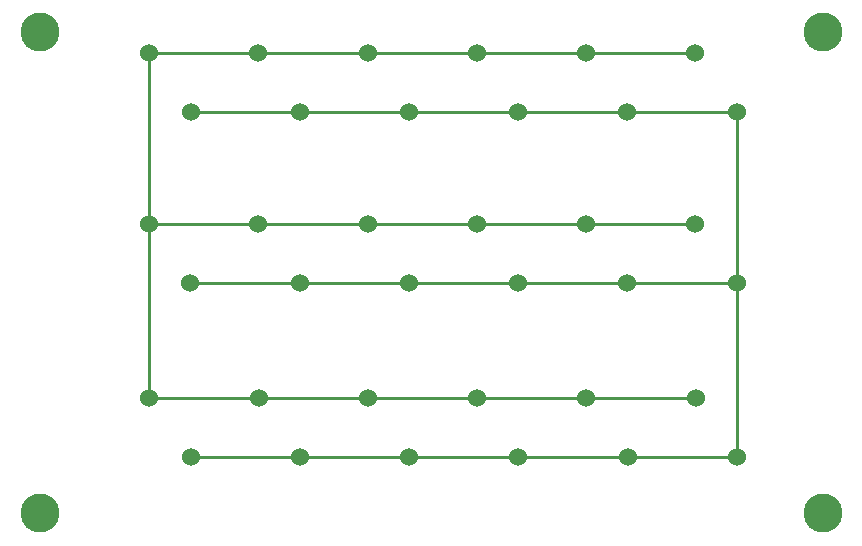
<source format=gbr>
%TF.GenerationSoftware,KiCad,Pcbnew,7.0.10*%
%TF.CreationDate,2024-01-27T09:00:15-05:00*%
%TF.ProjectId,CAN_board,43414e5f-626f-4617-9264-2e6b69636164,rev?*%
%TF.SameCoordinates,Original*%
%TF.FileFunction,Copper,L2,Bot*%
%TF.FilePolarity,Positive*%
%FSLAX46Y46*%
G04 Gerber Fmt 4.6, Leading zero omitted, Abs format (unit mm)*
G04 Created by KiCad (PCBNEW 7.0.10) date 2024-01-27 09:00:15*
%MOMM*%
%LPD*%
G01*
G04 APERTURE LIST*
%TA.AperFunction,WasherPad*%
%ADD10C,3.302000*%
%TD*%
%TA.AperFunction,ComponentPad*%
%ADD11C,1.524000*%
%TD*%
%TA.AperFunction,Conductor*%
%ADD12C,0.250000*%
%TD*%
G04 APERTURE END LIST*
D10*
%TO.P,H4,*%
%TO.N,*%
X171250000Y-120750000D03*
%TD*%
D11*
%TO.P,J2,1,Pin_1*%
%TO.N,CAN_HI*%
X123481194Y-81724798D03*
%TO.P,J2,2,Pin_2*%
%TO.N,CAN_LO*%
X126981197Y-86724798D03*
%TD*%
%TO.P,J7,1,Pin_1*%
%TO.N,CAN_HI*%
X114231196Y-96224798D03*
%TO.P,J7,2,Pin_2*%
%TO.N,CAN_LO*%
X117731199Y-101224798D03*
%TD*%
%TO.P,J9,1,Pin_1*%
%TO.N,CAN_HI*%
X132731197Y-96224798D03*
%TO.P,J9,2,Pin_2*%
%TO.N,CAN_LO*%
X136231200Y-101224798D03*
%TD*%
%TO.P,J10,1,Pin_1*%
%TO.N,CAN_HI*%
X141981196Y-96224798D03*
%TO.P,J10,2,Pin_2*%
%TO.N,CAN_LO*%
X145481199Y-101224798D03*
%TD*%
%TO.P,J13,1,Pin_1*%
%TO.N,CAN_HI*%
X114250000Y-111000000D03*
%TO.P,J13,2,Pin_2*%
%TO.N,CAN_LO*%
X117750003Y-116000000D03*
%TD*%
%TO.P,J3,1,Pin_1*%
%TO.N,CAN_HI*%
X132731131Y-81724798D03*
%TO.P,J3,2,Pin_2*%
%TO.N,CAN_LO*%
X136231134Y-86724798D03*
%TD*%
%TO.P,J1,1,Pin_1*%
%TO.N,CAN_HI*%
X114250000Y-81750000D03*
%TO.P,J1,2,Pin_2*%
%TO.N,CAN_LO*%
X117750003Y-86750000D03*
%TD*%
D10*
%TO.P,H2,*%
%TO.N,*%
X171250000Y-80000000D03*
%TD*%
D11*
%TO.P,J15,1,Pin_1*%
%TO.N,CAN_HI*%
X132750000Y-111000000D03*
%TO.P,J15,2,Pin_2*%
%TO.N,CAN_LO*%
X136250003Y-116000000D03*
%TD*%
%TO.P,J6,1,Pin_1*%
%TO.N,CAN_HI*%
X160481131Y-81724798D03*
%TO.P,J6,2,Pin_2*%
%TO.N,CAN_LO*%
X163981134Y-86724798D03*
%TD*%
%TO.P,J16,1,Pin_1*%
%TO.N,CAN_HI*%
X142000000Y-111000000D03*
%TO.P,J16,2,Pin_2*%
%TO.N,CAN_LO*%
X145500003Y-116000000D03*
%TD*%
%TO.P,J18,1,Pin_1*%
%TO.N,CAN_HI*%
X160500000Y-111000000D03*
%TO.P,J18,2,Pin_2*%
%TO.N,CAN_LO*%
X164000003Y-116000000D03*
%TD*%
%TO.P,J8,1,Pin_1*%
%TO.N,CAN_HI*%
X123481131Y-96224798D03*
%TO.P,J8,2,Pin_2*%
%TO.N,CAN_LO*%
X126981134Y-101224798D03*
%TD*%
%TO.P,J4,1,Pin_1*%
%TO.N,CAN_HI*%
X141981196Y-81750000D03*
%TO.P,J4,2,Pin_2*%
%TO.N,CAN_LO*%
X145481199Y-86750000D03*
%TD*%
%TO.P,J14,1,Pin_1*%
%TO.N,CAN_HI*%
X123500000Y-111000000D03*
%TO.P,J14,2,Pin_2*%
%TO.N,CAN_LO*%
X127000003Y-116000000D03*
%TD*%
%TO.P,J11,1,Pin_1*%
%TO.N,CAN_HI*%
X151231196Y-96224798D03*
%TO.P,J11,2,Pin_2*%
%TO.N,CAN_LO*%
X154731199Y-101224798D03*
%TD*%
%TO.P,J5,1,Pin_1*%
%TO.N,CAN_HI*%
X151231194Y-81724798D03*
%TO.P,J5,2,Pin_2*%
%TO.N,CAN_LO*%
X154731197Y-86724798D03*
%TD*%
%TO.P,J17,1,Pin_1*%
%TO.N,CAN_HI*%
X151250000Y-111000000D03*
%TO.P,J17,2,Pin_2*%
%TO.N,CAN_LO*%
X154750003Y-116000000D03*
%TD*%
%TO.P,J12,1,Pin_1*%
%TO.N,CAN_HI*%
X160481196Y-96224798D03*
%TO.P,J12,2,Pin_2*%
%TO.N,CAN_LO*%
X163981199Y-101224798D03*
%TD*%
D10*
%TO.P,H3,*%
%TO.N,*%
X105000000Y-120750000D03*
%TD*%
%TO.P,H1,*%
%TO.N,*%
X105000000Y-80000000D03*
%TD*%
D12*
%TO.N,CAN_HI*%
X114275202Y-81724798D02*
X114250000Y-81750000D01*
X114250000Y-111000000D02*
X160500000Y-111000000D01*
X160481131Y-81724798D02*
X114275202Y-81724798D01*
X114231196Y-96224798D02*
X114231196Y-96231196D01*
X114231196Y-96231196D02*
X114250000Y-96250000D01*
X114250000Y-81750000D02*
X114250000Y-96250000D01*
X160481196Y-96224798D02*
X114231196Y-96224798D01*
X114250000Y-96250000D02*
X114250000Y-111000000D01*
%TO.N,CAN_LO*%
X117731199Y-101224798D02*
X163981199Y-101224798D01*
X163981134Y-86724798D02*
X163981134Y-101224733D01*
X163981199Y-115981196D02*
X164000003Y-116000000D01*
X164000003Y-116000000D02*
X117750003Y-116000000D01*
X163981134Y-101224733D02*
X163981199Y-101224798D01*
X117750003Y-86750000D02*
X163955932Y-86750000D01*
X163955932Y-86750000D02*
X163981134Y-86724798D01*
X163981199Y-101224798D02*
X163981199Y-115981196D01*
%TD*%
M02*

</source>
